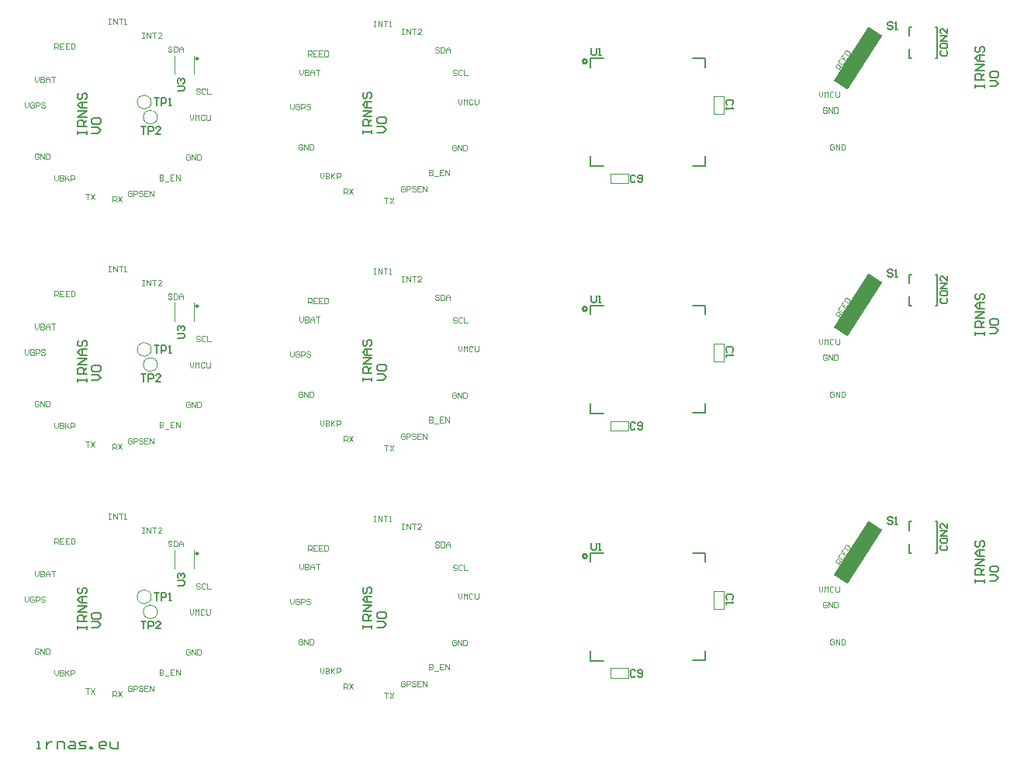
<source format=gto>
G04*
G04 #@! TF.GenerationSoftware,Altium Limited,Altium Designer,19.0.15 (446)*
G04*
G04 Layer_Color=65535*
%FSAX25Y25*%
%MOIN*%
G70*
G01*
G75*
%ADD21C,0.01000*%
%ADD23C,0.00787*%
%ADD63C,0.00394*%
%ADD64C,0.00591*%
G04:AMPARAMS|DCode=65|XSize=275.59mil|YSize=70.87mil|CornerRadius=0mil|HoleSize=0mil|Usage=FLASHONLY|Rotation=237.250|XOffset=0mil|YOffset=0mil|HoleType=Round|Shape=Rectangle|*
%AMROTATEDRECTD65*
4,1,4,0.04474,0.13506,0.10434,0.09672,-0.04474,-0.13506,-0.10434,-0.09672,0.04474,0.13506,0.0*
%
%ADD65ROTATEDRECTD65*%

D21*
X1042136Y0349262D02*
G03*
X1042136Y0349262I-0000905J0000000D01*
G01*
Y0455561D02*
G03*
X1042136Y0455561I-0000905J0000000D01*
G01*
Y0561861D02*
G03*
X1042136Y0561861I-0000905J0000000D01*
G01*
X0875082Y0350463D02*
G03*
X0875082Y0350463I-0000426J0000000D01*
G01*
Y0456762D02*
G03*
X0875082Y0456762I-0000426J0000000D01*
G01*
Y0563062D02*
G03*
X0875082Y0563062I-0000426J0000000D01*
G01*
D23*
X0805906Y0266535D02*
X0807480D01*
X0806693D01*
Y0269684D01*
X0805906D01*
X0809841D02*
Y0266535D01*
Y0268110D01*
X0810628Y0268897D01*
X0811415Y0269684D01*
X0812203D01*
X0814564Y0266535D02*
Y0269684D01*
X0816926D01*
X0817713Y0268897D01*
Y0266535D01*
X0820074Y0269684D02*
X0821649D01*
X0822436Y0268897D01*
Y0266535D01*
X0820074D01*
X0819287Y0267323D01*
X0820074Y0268110D01*
X0822436D01*
X0824010Y0266535D02*
X0826371D01*
X0827159Y0267323D01*
X0826371Y0268110D01*
X0824797D01*
X0824010Y0268897D01*
X0824797Y0269684D01*
X0827159D01*
X0828733Y0266535D02*
Y0267323D01*
X0829520D01*
Y0266535D01*
X0828733D01*
X0835030D02*
X0833456D01*
X0832668Y0267323D01*
Y0268897D01*
X0833456Y0269684D01*
X0835030D01*
X0835817Y0268897D01*
Y0268110D01*
X0832668D01*
X0837391Y0269684D02*
Y0267323D01*
X0838179Y0266535D01*
X0840540D01*
Y0269684D01*
X1191987Y0364124D02*
X1192774D01*
Y0350739D02*
Y0364124D01*
X1191987Y0350739D02*
X1192774D01*
X1180569Y0360188D02*
Y0364124D01*
X1181750D01*
X1180569Y0350739D02*
X1181750Y0350739D01*
X1180569Y0350739D02*
Y0354676D01*
X1215208Y0338534D02*
X1217832D01*
X1219144Y0339846D01*
X1217832Y0341158D01*
X1215208D01*
X1215864Y0342470D02*
X1215208Y0343126D01*
Y0344438D01*
X1215864Y0345093D01*
X1218488D01*
X1219144Y0344438D01*
Y0343126D01*
X1218488Y0342470D01*
X1215864D01*
X1209067Y0338101D02*
Y0339413D01*
Y0338757D01*
X1213002D01*
Y0338101D01*
Y0339413D01*
Y0341381D02*
X1209067D01*
Y0343349D01*
X1209723Y0344005D01*
X1211034D01*
X1211691Y0343349D01*
Y0341381D01*
Y0342692D02*
X1213002Y0344005D01*
Y0345316D02*
X1209067D01*
X1213002Y0347940D01*
X1209067D01*
X1213002Y0349252D02*
X1210379D01*
X1209067Y0350564D01*
X1210379Y0351876D01*
X1213002D01*
X1211034D01*
Y0349252D01*
X1209723Y0355812D02*
X1209067Y0355156D01*
Y0353844D01*
X1209723Y0353188D01*
X1210379D01*
X1211034Y0353844D01*
Y0355156D01*
X1211691Y0355812D01*
X1212346D01*
X1213002Y0355156D01*
Y0353844D01*
X1212346Y0353188D01*
X1191987Y0470424D02*
X1192774D01*
Y0457038D02*
Y0470424D01*
X1191987Y0457038D02*
X1192774D01*
X1180569Y0466487D02*
Y0470424D01*
X1181750D01*
X1180569Y0457038D02*
X1181750Y0457038D01*
X1180569Y0457038D02*
Y0460975D01*
X1215208Y0444833D02*
X1217832D01*
X1219144Y0446145D01*
X1217832Y0447457D01*
X1215208D01*
X1215864Y0448769D02*
X1215208Y0449425D01*
Y0450737D01*
X1215864Y0451393D01*
X1218488D01*
X1219144Y0450737D01*
Y0449425D01*
X1218488Y0448769D01*
X1215864D01*
X1209067Y0444400D02*
Y0445712D01*
Y0445056D01*
X1213002D01*
Y0444400D01*
Y0445712D01*
Y0447680D02*
X1209067D01*
Y0449648D01*
X1209723Y0450304D01*
X1211034D01*
X1211691Y0449648D01*
Y0447680D01*
Y0448992D02*
X1213002Y0450304D01*
Y0451616D02*
X1209067D01*
X1213002Y0454239D01*
X1209067D01*
X1213002Y0455551D02*
X1210379D01*
X1209067Y0456863D01*
X1210379Y0458175D01*
X1213002D01*
X1211034D01*
Y0455551D01*
X1209723Y0462111D02*
X1209067Y0461455D01*
Y0460143D01*
X1209723Y0459487D01*
X1210379D01*
X1211034Y0460143D01*
Y0461455D01*
X1211691Y0462111D01*
X1212346D01*
X1213002Y0461455D01*
Y0460143D01*
X1212346Y0459487D01*
X1191987Y0576723D02*
X1192774D01*
Y0563337D02*
Y0576723D01*
X1191987Y0563337D02*
X1192774D01*
X1180569Y0572786D02*
Y0576723D01*
X1181750D01*
X1180569Y0563337D02*
X1181750Y0563337D01*
X1180569Y0563337D02*
Y0567274D01*
X1215208Y0551132D02*
X1217832D01*
X1219144Y0552444D01*
X1217832Y0553756D01*
X1215208D01*
X1215864Y0555068D02*
X1215208Y0555724D01*
Y0557036D01*
X1215864Y0557692D01*
X1218488D01*
X1219144Y0557036D01*
Y0555724D01*
X1218488Y0555068D01*
X1215864D01*
X1209067Y0550699D02*
Y0552011D01*
Y0551355D01*
X1213002D01*
Y0550699D01*
Y0552011D01*
Y0553979D02*
X1209067D01*
Y0555947D01*
X1209723Y0556603D01*
X1211034D01*
X1211691Y0555947D01*
Y0553979D01*
Y0555291D02*
X1213002Y0556603D01*
Y0557915D02*
X1209067D01*
X1213002Y0560539D01*
X1209067D01*
X1213002Y0561851D02*
X1210379D01*
X1209067Y0563163D01*
X1210379Y0564474D01*
X1213002D01*
X1211034D01*
Y0561851D01*
X1209723Y0568410D02*
X1209067Y0567754D01*
Y0566442D01*
X1209723Y0565786D01*
X1210379D01*
X1211034Y0566442D01*
Y0567754D01*
X1211691Y0568410D01*
X1212346D01*
X1213002Y0567754D01*
Y0566442D01*
X1212346Y0565786D01*
X1043632Y0304577D02*
X1043790Y0304420D01*
X1043632Y0304577D02*
Y0308554D01*
X1043790Y0304420D02*
X1049302D01*
X1087727Y0304499D02*
X1093042D01*
X1093120Y0304577D01*
Y0308514D01*
X1093160Y0346821D02*
Y0350404D01*
X1093042Y0350522D02*
X1093160Y0350404D01*
X1087648Y0350522D02*
X1093042D01*
X1043632Y0350561D02*
X1049302D01*
X1043593Y0350522D02*
X1043632Y0350561D01*
X1043593Y0346821D02*
Y0350522D01*
X1043632Y0410877D02*
X1043790Y0410719D01*
X1043632Y0410877D02*
Y0414853D01*
X1043790Y0410719D02*
X1049302D01*
X1087727Y0410798D02*
X1093042D01*
X1093120Y0410877D01*
Y0414814D01*
X1093160Y0453121D02*
Y0456703D01*
X1093042Y0456821D02*
X1093160Y0456703D01*
X1087648Y0456821D02*
X1093042D01*
X1043632Y0456861D02*
X1049302D01*
X1043593Y0456821D02*
X1043632Y0456861D01*
X1043593Y0453121D02*
Y0456821D01*
X1043632Y0517176D02*
X1043790Y0517018D01*
X1043632Y0517176D02*
Y0521152D01*
X1043790Y0517018D02*
X1049302D01*
X1087727Y0517097D02*
X1093042D01*
X1093120Y0517176D01*
Y0521113D01*
X1093160Y0559420D02*
Y0563002D01*
X1093042Y0563121D02*
X1093160Y0563002D01*
X1087648Y0563121D02*
X1093042D01*
X1043632Y0563160D02*
X1049302D01*
X1043593Y0563121D02*
X1043632Y0563160D01*
X1043593Y0559420D02*
Y0563121D01*
X0951980Y0318748D02*
X0954604D01*
X0955916Y0320060D01*
X0954604Y0321372D01*
X0951980D01*
X0952636Y0322683D02*
X0951980Y0323339D01*
Y0324651D01*
X0952636Y0325307D01*
X0955260D01*
X0955916Y0324651D01*
Y0323339D01*
X0955260Y0322683D01*
X0952636D01*
X0945838Y0318315D02*
Y0319626D01*
Y0318971D01*
X0949774D01*
Y0318315D01*
Y0319626D01*
Y0321594D02*
X0945838D01*
Y0323562D01*
X0946494Y0324218D01*
X0947806D01*
X0948462Y0323562D01*
Y0321594D01*
Y0322906D02*
X0949774Y0324218D01*
Y0325530D02*
X0945838D01*
X0949774Y0328154D01*
X0945838D01*
X0949774Y0329466D02*
X0947150D01*
X0945838Y0330778D01*
X0947150Y0332090D01*
X0949774D01*
X0947806D01*
Y0329466D01*
X0946494Y0336025D02*
X0945838Y0335369D01*
Y0334057D01*
X0946494Y0333402D01*
X0947150D01*
X0947806Y0334057D01*
Y0335369D01*
X0948462Y0336025D01*
X0949118D01*
X0949774Y0335369D01*
Y0334057D01*
X0949118Y0333402D01*
X0951980Y0425047D02*
X0954604D01*
X0955916Y0426359D01*
X0954604Y0427671D01*
X0951980D01*
X0952636Y0428983D02*
X0951980Y0429639D01*
Y0430950D01*
X0952636Y0431606D01*
X0955260D01*
X0955916Y0430950D01*
Y0429639D01*
X0955260Y0428983D01*
X0952636D01*
X0945838Y0424614D02*
Y0425926D01*
Y0425270D01*
X0949774D01*
Y0424614D01*
Y0425926D01*
Y0427894D02*
X0945838D01*
Y0429861D01*
X0946494Y0430517D01*
X0947806D01*
X0948462Y0429861D01*
Y0427894D01*
Y0429206D02*
X0949774Y0430517D01*
Y0431829D02*
X0945838D01*
X0949774Y0434453D01*
X0945838D01*
X0949774Y0435765D02*
X0947150D01*
X0945838Y0437077D01*
X0947150Y0438389D01*
X0949774D01*
X0947806D01*
Y0435765D01*
X0946494Y0442325D02*
X0945838Y0441669D01*
Y0440357D01*
X0946494Y0439701D01*
X0947150D01*
X0947806Y0440357D01*
Y0441669D01*
X0948462Y0442325D01*
X0949118D01*
X0949774Y0441669D01*
Y0440357D01*
X0949118Y0439701D01*
X0951980Y0531346D02*
X0954604D01*
X0955916Y0532658D01*
X0954604Y0533970D01*
X0951980D01*
X0952636Y0535282D02*
X0951980Y0535938D01*
Y0537250D01*
X0952636Y0537906D01*
X0955260D01*
X0955916Y0537250D01*
Y0535938D01*
X0955260Y0535282D01*
X0952636D01*
X0945838Y0530913D02*
Y0532225D01*
Y0531569D01*
X0949774D01*
Y0530913D01*
Y0532225D01*
Y0534193D02*
X0945838D01*
Y0536161D01*
X0946494Y0536817D01*
X0947806D01*
X0948462Y0536161D01*
Y0534193D01*
Y0535505D02*
X0949774Y0536817D01*
Y0538129D02*
X0945838D01*
X0949774Y0540752D01*
X0945838D01*
X0949774Y0542064D02*
X0947150D01*
X0945838Y0543376D01*
X0947150Y0544688D01*
X0949774D01*
X0947806D01*
Y0542064D01*
X0946494Y0548624D02*
X0945838Y0547968D01*
Y0546656D01*
X0946494Y0546000D01*
X0947150D01*
X0947806Y0546656D01*
Y0547968D01*
X0948462Y0548624D01*
X0949118D01*
X0949774Y0547968D01*
Y0546656D01*
X0949118Y0546000D01*
X0829382Y0318495D02*
X0832006D01*
X0833317Y0319807D01*
X0832006Y0321118D01*
X0829382D01*
X0830038Y0322430D02*
X0829382Y0323086D01*
Y0324398D01*
X0830038Y0325054D01*
X0832661D01*
X0833317Y0324398D01*
Y0323086D01*
X0832661Y0322430D01*
X0830038D01*
X0823240Y0318061D02*
Y0319373D01*
Y0318718D01*
X0827176D01*
Y0318061D01*
Y0319373D01*
Y0321341D02*
X0823240D01*
Y0323309D01*
X0823896Y0323965D01*
X0825208D01*
X0825864Y0323309D01*
Y0321341D01*
Y0322653D02*
X0827176Y0323965D01*
Y0325277D02*
X0823240D01*
X0827176Y0327901D01*
X0823240D01*
X0827176Y0329213D02*
X0824552D01*
X0823240Y0330525D01*
X0824552Y0331837D01*
X0827176D01*
X0825208D01*
Y0329213D01*
X0823896Y0335772D02*
X0823240Y0335116D01*
Y0333804D01*
X0823896Y0333149D01*
X0824552D01*
X0825208Y0333804D01*
Y0335116D01*
X0825864Y0335772D01*
X0826520D01*
X0827176Y0335116D01*
Y0333804D01*
X0826520Y0333149D01*
X0829382Y0424794D02*
X0832006D01*
X0833317Y0426106D01*
X0832006Y0427418D01*
X0829382D01*
X0830038Y0428729D02*
X0829382Y0429386D01*
Y0430697D01*
X0830038Y0431353D01*
X0832661D01*
X0833317Y0430697D01*
Y0429386D01*
X0832661Y0428729D01*
X0830038D01*
X0823240Y0424361D02*
Y0425673D01*
Y0425017D01*
X0827176D01*
Y0424361D01*
Y0425673D01*
Y0427640D02*
X0823240D01*
Y0429608D01*
X0823896Y0430264D01*
X0825208D01*
X0825864Y0429608D01*
Y0427640D01*
Y0428952D02*
X0827176Y0430264D01*
Y0431576D02*
X0823240D01*
X0827176Y0434200D01*
X0823240D01*
X0827176Y0435512D02*
X0824552D01*
X0823240Y0436824D01*
X0824552Y0438136D01*
X0827176D01*
X0825208D01*
Y0435512D01*
X0823896Y0442071D02*
X0823240Y0441416D01*
Y0440104D01*
X0823896Y0439448D01*
X0824552D01*
X0825208Y0440104D01*
Y0441416D01*
X0825864Y0442071D01*
X0826520D01*
X0827176Y0441416D01*
Y0440104D01*
X0826520Y0439448D01*
X0829382Y0531093D02*
X0832006D01*
X0833317Y0532405D01*
X0832006Y0533717D01*
X0829382D01*
X0830038Y0535029D02*
X0829382Y0535685D01*
Y0536997D01*
X0830038Y0537653D01*
X0832661D01*
X0833317Y0536997D01*
Y0535685D01*
X0832661Y0535029D01*
X0830038D01*
X0823240Y0530660D02*
Y0531972D01*
Y0531316D01*
X0827176D01*
Y0530660D01*
Y0531972D01*
Y0533940D02*
X0823240D01*
Y0535908D01*
X0823896Y0536563D01*
X0825208D01*
X0825864Y0535908D01*
Y0533940D01*
Y0535252D02*
X0827176Y0536563D01*
Y0537876D02*
X0823240D01*
X0827176Y0540499D01*
X0823240D01*
X0827176Y0541811D02*
X0824552D01*
X0823240Y0543123D01*
X0824552Y0544435D01*
X0827176D01*
X0825208D01*
Y0541811D01*
X0823896Y0548371D02*
X0823240Y0547715D01*
Y0546403D01*
X0823896Y0545747D01*
X0824552D01*
X0825208Y0546403D01*
Y0547715D01*
X0825864Y0548371D01*
X0826520D01*
X0827176Y0547715D01*
Y0546403D01*
X0826520Y0545747D01*
D63*
X1148396Y0313336D02*
X1148002Y0313730D01*
X1147215D01*
X1146821Y0313336D01*
Y0311762D01*
X1147215Y0311369D01*
X1148002D01*
X1148396Y0311762D01*
Y0312549D01*
X1147608D01*
X1149183Y0311369D02*
Y0313730D01*
X1150757Y0311369D01*
Y0313730D01*
X1151544D02*
Y0311369D01*
X1152725D01*
X1153119Y0311762D01*
Y0313336D01*
X1152725Y0313730D01*
X1151544D01*
X1145246Y0329124D02*
X1144852Y0329517D01*
X1144065D01*
X1143672Y0329124D01*
Y0327550D01*
X1144065Y0327156D01*
X1144852D01*
X1145246Y0327550D01*
Y0328337D01*
X1144459D01*
X1146033Y0327156D02*
Y0329517D01*
X1147607Y0327156D01*
Y0329517D01*
X1148395D02*
Y0327156D01*
X1149575D01*
X1149969Y0327550D01*
Y0329124D01*
X1149575Y0329517D01*
X1148395D01*
X1141861Y0336328D02*
Y0334754D01*
X1142648Y0333967D01*
X1143435Y0334754D01*
Y0336328D01*
X1144222Y0333967D02*
Y0336328D01*
X1145009Y0335541D01*
X1145796Y0336328D01*
Y0333967D01*
X1148158Y0335935D02*
X1147764Y0336328D01*
X1146977D01*
X1146584Y0335935D01*
Y0334361D01*
X1146977Y0333967D01*
X1147764D01*
X1148158Y0334361D01*
X1148945Y0336328D02*
Y0334361D01*
X1149339Y0333967D01*
X1150126D01*
X1150519Y0334361D01*
Y0336328D01*
X1150876Y0345739D02*
X1148879Y0346999D01*
X1149509Y0347997D01*
X1150052Y0348120D01*
X1150718Y0347700D01*
X1150841Y0347157D01*
X1150211Y0346159D01*
X1150631Y0346824D02*
X1151717Y0347070D01*
X1150980Y0350327D02*
X1150139Y0348996D01*
X1152137Y0347736D01*
X1152977Y0349067D01*
X1151138Y0348366D02*
X1151558Y0349032D01*
X1152240Y0352324D02*
X1151400Y0350993D01*
X1153397Y0349733D01*
X1154237Y0351064D01*
X1152398Y0350363D02*
X1152818Y0351029D01*
X1152660Y0352990D02*
X1154657Y0351730D01*
X1155287Y0352729D01*
X1155164Y0353272D01*
X1153833Y0354112D01*
X1153290Y0353989D01*
X1152660Y0352990D01*
X1148396Y0419636D02*
X1148002Y0420029D01*
X1147215D01*
X1146821Y0419636D01*
Y0418061D01*
X1147215Y0417668D01*
X1148002D01*
X1148396Y0418061D01*
Y0418849D01*
X1147608D01*
X1149183Y0417668D02*
Y0420029D01*
X1150757Y0417668D01*
Y0420029D01*
X1151544D02*
Y0417668D01*
X1152725D01*
X1153119Y0418061D01*
Y0419636D01*
X1152725Y0420029D01*
X1151544D01*
X1145246Y0435423D02*
X1144852Y0435817D01*
X1144065D01*
X1143672Y0435423D01*
Y0433849D01*
X1144065Y0433455D01*
X1144852D01*
X1145246Y0433849D01*
Y0434636D01*
X1144459D01*
X1146033Y0433455D02*
Y0435817D01*
X1147607Y0433455D01*
Y0435817D01*
X1148395D02*
Y0433455D01*
X1149575D01*
X1149969Y0433849D01*
Y0435423D01*
X1149575Y0435817D01*
X1148395D01*
X1141861Y0442628D02*
Y0441053D01*
X1142648Y0440266D01*
X1143435Y0441053D01*
Y0442628D01*
X1144222Y0440266D02*
Y0442628D01*
X1145009Y0441841D01*
X1145796Y0442628D01*
Y0440266D01*
X1148158Y0442234D02*
X1147764Y0442628D01*
X1146977D01*
X1146584Y0442234D01*
Y0440660D01*
X1146977Y0440266D01*
X1147764D01*
X1148158Y0440660D01*
X1148945Y0442628D02*
Y0440660D01*
X1149339Y0440266D01*
X1150126D01*
X1150519Y0440660D01*
Y0442628D01*
X1150876Y0452038D02*
X1148879Y0453298D01*
X1149509Y0454296D01*
X1150052Y0454419D01*
X1150718Y0453999D01*
X1150841Y0453456D01*
X1150211Y0452458D01*
X1150631Y0453124D02*
X1151717Y0453369D01*
X1150980Y0456627D02*
X1150139Y0455295D01*
X1152137Y0454035D01*
X1152977Y0455366D01*
X1151138Y0454665D02*
X1151558Y0455331D01*
X1152240Y0458624D02*
X1151400Y0457292D01*
X1153397Y0456032D01*
X1154237Y0457364D01*
X1152398Y0456662D02*
X1152818Y0457328D01*
X1152660Y0459289D02*
X1154657Y0458029D01*
X1155287Y0459028D01*
X1155164Y0459571D01*
X1153833Y0460411D01*
X1153290Y0460288D01*
X1152660Y0459289D01*
X1148396Y0525935D02*
X1148002Y0526328D01*
X1147215D01*
X1146821Y0525935D01*
Y0524361D01*
X1147215Y0523967D01*
X1148002D01*
X1148396Y0524361D01*
Y0525148D01*
X1147608D01*
X1149183Y0523967D02*
Y0526328D01*
X1150757Y0523967D01*
Y0526328D01*
X1151544D02*
Y0523967D01*
X1152725D01*
X1153119Y0524361D01*
Y0525935D01*
X1152725Y0526328D01*
X1151544D01*
X1145246Y0541722D02*
X1144852Y0542116D01*
X1144065D01*
X1143672Y0541722D01*
Y0540148D01*
X1144065Y0539754D01*
X1144852D01*
X1145246Y0540148D01*
Y0540935D01*
X1144459D01*
X1146033Y0539754D02*
Y0542116D01*
X1147607Y0539754D01*
Y0542116D01*
X1148395D02*
Y0539754D01*
X1149575D01*
X1149969Y0540148D01*
Y0541722D01*
X1149575Y0542116D01*
X1148395D01*
X1141861Y0548927D02*
Y0547353D01*
X1142648Y0546565D01*
X1143435Y0547353D01*
Y0548927D01*
X1144222Y0546565D02*
Y0548927D01*
X1145009Y0548140D01*
X1145796Y0548927D01*
Y0546565D01*
X1148158Y0548533D02*
X1147764Y0548927D01*
X1146977D01*
X1146584Y0548533D01*
Y0546959D01*
X1146977Y0546565D01*
X1147764D01*
X1148158Y0546959D01*
X1148945Y0548927D02*
Y0546959D01*
X1149339Y0546565D01*
X1150126D01*
X1150519Y0546959D01*
Y0548927D01*
X1150876Y0558337D02*
X1148879Y0559597D01*
X1149509Y0560596D01*
X1150052Y0560719D01*
X1150718Y0560299D01*
X1150841Y0559756D01*
X1150211Y0558757D01*
X1150631Y0559423D02*
X1151717Y0559668D01*
X1150980Y0562926D02*
X1150139Y0561594D01*
X1152137Y0560334D01*
X1152977Y0561666D01*
X1151138Y0560964D02*
X1151558Y0561630D01*
X1152240Y0564923D02*
X1151400Y0563591D01*
X1153397Y0562331D01*
X1154237Y0563663D01*
X1152398Y0562961D02*
X1152818Y0563627D01*
X1152660Y0565589D02*
X1154657Y0564328D01*
X1155287Y0565327D01*
X1155164Y0565870D01*
X1153833Y0566710D01*
X1153290Y0566587D01*
X1152660Y0565589D01*
X1096762Y0326585D02*
X1100896D01*
Y0334262D01*
X1096762D02*
X1100896D01*
X1096762Y0326585D02*
Y0334262D01*
X1060030Y0296979D02*
Y0301113D01*
X1052353D02*
X1060030D01*
X1052353Y0296979D02*
Y0301113D01*
Y0296979D02*
X1060030D01*
X1096762Y0432884D02*
X1100896D01*
Y0440561D01*
X1096762D02*
X1100896D01*
X1096762Y0432884D02*
Y0440561D01*
X1060030Y0403278D02*
Y0407412D01*
X1052353D02*
X1060030D01*
X1052353Y0403278D02*
Y0407412D01*
Y0403278D02*
X1060030D01*
X1096762Y0539184D02*
X1100896D01*
Y0546861D01*
X1096762D02*
X1100896D01*
X1096762Y0539184D02*
Y0546861D01*
X1060030Y0509577D02*
Y0513711D01*
X1052353D02*
X1060030D01*
X1052353Y0509577D02*
Y0513711D01*
Y0509577D02*
X1060030D01*
X0922333Y0351487D02*
Y0353848D01*
X0923514D01*
X0923907Y0353454D01*
Y0352667D01*
X0923514Y0352274D01*
X0922333D01*
X0923120D02*
X0923907Y0351487D01*
X0926269Y0353848D02*
X0924695D01*
Y0351487D01*
X0926269D01*
X0924695Y0352667D02*
X0925482D01*
X0928630Y0353848D02*
X0927056D01*
Y0351487D01*
X0928630D01*
X0927056Y0352667D02*
X0927843D01*
X0929417Y0353848D02*
Y0351487D01*
X0930598D01*
X0930992Y0351880D01*
Y0353454D01*
X0930598Y0353848D01*
X0929417D01*
X0927530Y0301250D02*
Y0299675D01*
X0928317Y0298888D01*
X0929104Y0299675D01*
Y0301250D01*
X0929891D02*
Y0298888D01*
X0931072D01*
X0931466Y0299282D01*
Y0299675D01*
X0931072Y0300069D01*
X0929891D01*
X0931072D01*
X0931466Y0300463D01*
Y0300856D01*
X0931072Y0301250D01*
X0929891D01*
X0932253D02*
Y0298888D01*
Y0299675D01*
X0933827Y0301250D01*
X0932646Y0300069D01*
X0933827Y0298888D01*
X0934614D02*
Y0301250D01*
X0935795D01*
X0936189Y0300856D01*
Y0300069D01*
X0935795Y0299675D01*
X0934614D01*
X0963947Y0295384D02*
X0963553Y0295777D01*
X0962766D01*
X0962372Y0295384D01*
Y0293809D01*
X0962766Y0293416D01*
X0963553D01*
X0963947Y0293809D01*
Y0294597D01*
X0963160D01*
X0964734Y0293416D02*
Y0295777D01*
X0965915D01*
X0966308Y0295384D01*
Y0294597D01*
X0965915Y0294203D01*
X0964734D01*
X0968670Y0295384D02*
X0968276Y0295777D01*
X0967489D01*
X0967095Y0295384D01*
Y0294990D01*
X0967489Y0294597D01*
X0968276D01*
X0968670Y0294203D01*
Y0293809D01*
X0968276Y0293416D01*
X0967489D01*
X0967095Y0293809D01*
X0971031Y0295777D02*
X0969457D01*
Y0293416D01*
X0971031D01*
X0969457Y0294597D02*
X0970244D01*
X0971818Y0293416D02*
Y0295777D01*
X0973392Y0293416D01*
Y0295777D01*
X0986270Y0345226D02*
X0985876Y0345620D01*
X0985089D01*
X0984695Y0345226D01*
Y0344833D01*
X0985089Y0344439D01*
X0985876D01*
X0986270Y0344045D01*
Y0343652D01*
X0985876Y0343258D01*
X0985089D01*
X0984695Y0343652D01*
X0988631Y0345226D02*
X0988237Y0345620D01*
X0987450D01*
X0987057Y0345226D01*
Y0343652D01*
X0987450Y0343258D01*
X0988237D01*
X0988631Y0343652D01*
X0989418Y0345620D02*
Y0343258D01*
X0990993D01*
X0986861Y0333179D02*
Y0331605D01*
X0987648Y0330817D01*
X0988435Y0331605D01*
Y0333179D01*
X0989222Y0330817D02*
Y0333179D01*
X0990009Y0332392D01*
X0990796Y0333179D01*
Y0330817D01*
X0993158Y0332785D02*
X0992764Y0333179D01*
X0991977D01*
X0991584Y0332785D01*
Y0331211D01*
X0991977Y0330817D01*
X0992764D01*
X0993158Y0331211D01*
X0993945Y0333179D02*
Y0331211D01*
X0994339Y0330817D01*
X0995126D01*
X0995519Y0331211D01*
Y0333179D01*
X0950601Y0366722D02*
X0951388D01*
X0950994D01*
Y0364361D01*
X0950601D01*
X0951388D01*
X0952569D02*
Y0366722D01*
X0954143Y0364361D01*
Y0366722D01*
X0954930D02*
X0956504D01*
X0955717D01*
Y0364361D01*
X0957292D02*
X0958079D01*
X0957685D01*
Y0366722D01*
X0957292Y0366329D01*
X0918672Y0345817D02*
Y0344242D01*
X0919459Y0343455D01*
X0920246Y0344242D01*
Y0345817D01*
X0921033D02*
Y0343455D01*
X0922214D01*
X0922607Y0343849D01*
Y0344242D01*
X0922214Y0344636D01*
X0921033D01*
X0922214D01*
X0922607Y0345029D01*
Y0345423D01*
X0922214Y0345817D01*
X0921033D01*
X0923395Y0343455D02*
Y0345029D01*
X0924182Y0345817D01*
X0924969Y0345029D01*
Y0343455D01*
Y0344636D01*
X0923395D01*
X0925756Y0345817D02*
X0927330D01*
X0926543D01*
Y0343455D01*
X0914656Y0331053D02*
Y0329479D01*
X0915443Y0328691D01*
X0916230Y0329479D01*
Y0331053D01*
X0918592Y0330659D02*
X0918198Y0331053D01*
X0917411D01*
X0917017Y0330659D01*
Y0329085D01*
X0917411Y0328691D01*
X0918198D01*
X0918592Y0329085D01*
Y0329872D01*
X0917805D01*
X0919379Y0328691D02*
Y0331053D01*
X0920560D01*
X0920953Y0330659D01*
Y0329872D01*
X0920560Y0329479D01*
X0919379D01*
X0923315Y0330659D02*
X0922921Y0331053D01*
X0922134D01*
X0921740Y0330659D01*
Y0330266D01*
X0922134Y0329872D01*
X0922921D01*
X0923315Y0329479D01*
Y0329085D01*
X0922921Y0328691D01*
X0922134D01*
X0921740Y0329085D01*
X0919892Y0313297D02*
X0919498Y0313691D01*
X0918711D01*
X0918317Y0313297D01*
Y0311723D01*
X0918711Y0311329D01*
X0919498D01*
X0919892Y0311723D01*
Y0312510D01*
X0919104D01*
X0920679Y0311329D02*
Y0313691D01*
X0922253Y0311329D01*
Y0313691D01*
X0923040D02*
Y0311329D01*
X0924221D01*
X0924615Y0311723D01*
Y0313297D01*
X0924221Y0313691D01*
X0923040D01*
X0962766Y0363218D02*
X0963553D01*
X0963160D01*
Y0360857D01*
X0962766D01*
X0963553D01*
X0964734D02*
Y0363218D01*
X0966308Y0360857D01*
Y0363218D01*
X0967095D02*
X0968670D01*
X0967883D01*
Y0360857D01*
X0971031D02*
X0969457D01*
X0971031Y0362431D01*
Y0362825D01*
X0970638Y0363218D01*
X0969851D01*
X0969457Y0362825D01*
X0978632Y0355069D02*
X0978238Y0355462D01*
X0977451D01*
X0977057Y0355069D01*
Y0354675D01*
X0977451Y0354282D01*
X0978238D01*
X0978632Y0353888D01*
Y0353494D01*
X0978238Y0353101D01*
X0977451D01*
X0977057Y0353494D01*
X0979419Y0355462D02*
Y0353101D01*
X0980600D01*
X0980993Y0353494D01*
Y0355069D01*
X0980600Y0355462D01*
X0979419D01*
X0981780Y0353101D02*
Y0354675D01*
X0982568Y0355462D01*
X0983355Y0354675D01*
Y0353101D01*
Y0354282D01*
X0981780D01*
X0985955Y0313021D02*
X0985561Y0313415D01*
X0984774D01*
X0984380Y0313021D01*
Y0311447D01*
X0984774Y0311054D01*
X0985561D01*
X0985955Y0311447D01*
Y0312234D01*
X0985168D01*
X0986742Y0311054D02*
Y0313415D01*
X0988316Y0311054D01*
Y0313415D01*
X0989103D02*
Y0311054D01*
X0990284D01*
X0990678Y0311447D01*
Y0313021D01*
X0990284Y0313415D01*
X0989103D01*
X0974380Y0302824D02*
Y0300463D01*
X0975561D01*
X0975955Y0300857D01*
Y0301250D01*
X0975561Y0301644D01*
X0974380D01*
X0975561D01*
X0975955Y0302037D01*
Y0302431D01*
X0975561Y0302824D01*
X0974380D01*
X0976742Y0300069D02*
X0978316D01*
X0980678Y0302824D02*
X0979103D01*
Y0300463D01*
X0980678D01*
X0979103Y0301644D02*
X0979890D01*
X0981465Y0300463D02*
Y0302824D01*
X0983039Y0300463D01*
Y0302824D01*
X0955168Y0290659D02*
X0956742D01*
X0955955D01*
Y0288298D01*
X0957529Y0290659D02*
X0959103Y0288298D01*
Y0290659D02*
X0957529Y0288298D01*
X0937727Y0292235D02*
Y0294596D01*
X0938908D01*
X0939301Y0294203D01*
Y0293415D01*
X0938908Y0293022D01*
X0937727D01*
X0938514D02*
X0939301Y0292235D01*
X0940088Y0294596D02*
X0941663Y0292235D01*
Y0294596D02*
X0940088Y0292235D01*
X0922333Y0457786D02*
Y0460147D01*
X0923514D01*
X0923907Y0459754D01*
Y0458967D01*
X0923514Y0458573D01*
X0922333D01*
X0923120D02*
X0923907Y0457786D01*
X0926269Y0460147D02*
X0924695D01*
Y0457786D01*
X0926269D01*
X0924695Y0458967D02*
X0925482D01*
X0928630Y0460147D02*
X0927056D01*
Y0457786D01*
X0928630D01*
X0927056Y0458967D02*
X0927843D01*
X0929417Y0460147D02*
Y0457786D01*
X0930598D01*
X0930992Y0458180D01*
Y0459754D01*
X0930598Y0460147D01*
X0929417D01*
X0927530Y0407549D02*
Y0405975D01*
X0928317Y0405188D01*
X0929104Y0405975D01*
Y0407549D01*
X0929891D02*
Y0405188D01*
X0931072D01*
X0931466Y0405581D01*
Y0405975D01*
X0931072Y0406368D01*
X0929891D01*
X0931072D01*
X0931466Y0406762D01*
Y0407155D01*
X0931072Y0407549D01*
X0929891D01*
X0932253D02*
Y0405188D01*
Y0405975D01*
X0933827Y0407549D01*
X0932646Y0406368D01*
X0933827Y0405188D01*
X0934614D02*
Y0407549D01*
X0935795D01*
X0936189Y0407155D01*
Y0406368D01*
X0935795Y0405975D01*
X0934614D01*
X0963947Y0401683D02*
X0963553Y0402076D01*
X0962766D01*
X0962372Y0401683D01*
Y0400109D01*
X0962766Y0399715D01*
X0963553D01*
X0963947Y0400109D01*
Y0400896D01*
X0963160D01*
X0964734Y0399715D02*
Y0402076D01*
X0965915D01*
X0966308Y0401683D01*
Y0400896D01*
X0965915Y0400502D01*
X0964734D01*
X0968670Y0401683D02*
X0968276Y0402076D01*
X0967489D01*
X0967095Y0401683D01*
Y0401289D01*
X0967489Y0400896D01*
X0968276D01*
X0968670Y0400502D01*
Y0400109D01*
X0968276Y0399715D01*
X0967489D01*
X0967095Y0400109D01*
X0971031Y0402076D02*
X0969457D01*
Y0399715D01*
X0971031D01*
X0969457Y0400896D02*
X0970244D01*
X0971818Y0399715D02*
Y0402076D01*
X0973392Y0399715D01*
Y0402076D01*
X0986270Y0451525D02*
X0985876Y0451919D01*
X0985089D01*
X0984695Y0451525D01*
Y0451132D01*
X0985089Y0450738D01*
X0985876D01*
X0986270Y0450345D01*
Y0449951D01*
X0985876Y0449558D01*
X0985089D01*
X0984695Y0449951D01*
X0988631Y0451525D02*
X0988237Y0451919D01*
X0987450D01*
X0987057Y0451525D01*
Y0449951D01*
X0987450Y0449558D01*
X0988237D01*
X0988631Y0449951D01*
X0989418Y0451919D02*
Y0449558D01*
X0990993D01*
X0986861Y0439478D02*
Y0437904D01*
X0987648Y0437117D01*
X0988435Y0437904D01*
Y0439478D01*
X0989222Y0437117D02*
Y0439478D01*
X0990009Y0438691D01*
X0990796Y0439478D01*
Y0437117D01*
X0993158Y0439084D02*
X0992764Y0439478D01*
X0991977D01*
X0991584Y0439084D01*
Y0437510D01*
X0991977Y0437117D01*
X0992764D01*
X0993158Y0437510D01*
X0993945Y0439478D02*
Y0437510D01*
X0994339Y0437117D01*
X0995126D01*
X0995519Y0437510D01*
Y0439478D01*
X0950601Y0473021D02*
X0951388D01*
X0950994D01*
Y0470660D01*
X0950601D01*
X0951388D01*
X0952569D02*
Y0473021D01*
X0954143Y0470660D01*
Y0473021D01*
X0954930D02*
X0956504D01*
X0955717D01*
Y0470660D01*
X0957292D02*
X0958079D01*
X0957685D01*
Y0473021D01*
X0957292Y0472628D01*
X0918672Y0452116D02*
Y0450542D01*
X0919459Y0449754D01*
X0920246Y0450542D01*
Y0452116D01*
X0921033D02*
Y0449754D01*
X0922214D01*
X0922607Y0450148D01*
Y0450542D01*
X0922214Y0450935D01*
X0921033D01*
X0922214D01*
X0922607Y0451329D01*
Y0451722D01*
X0922214Y0452116D01*
X0921033D01*
X0923395Y0449754D02*
Y0451329D01*
X0924182Y0452116D01*
X0924969Y0451329D01*
Y0449754D01*
Y0450935D01*
X0923395D01*
X0925756Y0452116D02*
X0927330D01*
X0926543D01*
Y0449754D01*
X0914656Y0437352D02*
Y0435778D01*
X0915443Y0434991D01*
X0916230Y0435778D01*
Y0437352D01*
X0918592Y0436959D02*
X0918198Y0437352D01*
X0917411D01*
X0917017Y0436959D01*
Y0435384D01*
X0917411Y0434991D01*
X0918198D01*
X0918592Y0435384D01*
Y0436171D01*
X0917805D01*
X0919379Y0434991D02*
Y0437352D01*
X0920560D01*
X0920953Y0436959D01*
Y0436171D01*
X0920560Y0435778D01*
X0919379D01*
X0923315Y0436959D02*
X0922921Y0437352D01*
X0922134D01*
X0921740Y0436959D01*
Y0436565D01*
X0922134Y0436171D01*
X0922921D01*
X0923315Y0435778D01*
Y0435384D01*
X0922921Y0434991D01*
X0922134D01*
X0921740Y0435384D01*
X0919892Y0419596D02*
X0919498Y0419990D01*
X0918711D01*
X0918317Y0419596D01*
Y0418022D01*
X0918711Y0417628D01*
X0919498D01*
X0919892Y0418022D01*
Y0418809D01*
X0919104D01*
X0920679Y0417628D02*
Y0419990D01*
X0922253Y0417628D01*
Y0419990D01*
X0923040D02*
Y0417628D01*
X0924221D01*
X0924615Y0418022D01*
Y0419596D01*
X0924221Y0419990D01*
X0923040D01*
X0962766Y0469517D02*
X0963553D01*
X0963160D01*
Y0467156D01*
X0962766D01*
X0963553D01*
X0964734D02*
Y0469517D01*
X0966308Y0467156D01*
Y0469517D01*
X0967095D02*
X0968670D01*
X0967883D01*
Y0467156D01*
X0971031D02*
X0969457D01*
X0971031Y0468730D01*
Y0469124D01*
X0970638Y0469517D01*
X0969851D01*
X0969457Y0469124D01*
X0978632Y0461368D02*
X0978238Y0461762D01*
X0977451D01*
X0977057Y0461368D01*
Y0460974D01*
X0977451Y0460581D01*
X0978238D01*
X0978632Y0460187D01*
Y0459794D01*
X0978238Y0459400D01*
X0977451D01*
X0977057Y0459794D01*
X0979419Y0461762D02*
Y0459400D01*
X0980600D01*
X0980993Y0459794D01*
Y0461368D01*
X0980600Y0461762D01*
X0979419D01*
X0981780Y0459400D02*
Y0460974D01*
X0982568Y0461762D01*
X0983355Y0460974D01*
Y0459400D01*
Y0460581D01*
X0981780D01*
X0985955Y0419321D02*
X0985561Y0419714D01*
X0984774D01*
X0984380Y0419321D01*
Y0417746D01*
X0984774Y0417353D01*
X0985561D01*
X0985955Y0417746D01*
Y0418534D01*
X0985168D01*
X0986742Y0417353D02*
Y0419714D01*
X0988316Y0417353D01*
Y0419714D01*
X0989103D02*
Y0417353D01*
X0990284D01*
X0990678Y0417746D01*
Y0419321D01*
X0990284Y0419714D01*
X0989103D01*
X0974380Y0409124D02*
Y0406762D01*
X0975561D01*
X0975955Y0407156D01*
Y0407549D01*
X0975561Y0407943D01*
X0974380D01*
X0975561D01*
X0975955Y0408337D01*
Y0408730D01*
X0975561Y0409124D01*
X0974380D01*
X0976742Y0406369D02*
X0978316D01*
X0980678Y0409124D02*
X0979103D01*
Y0406762D01*
X0980678D01*
X0979103Y0407943D02*
X0979890D01*
X0981465Y0406762D02*
Y0409124D01*
X0983039Y0406762D01*
Y0409124D01*
X0955168Y0396958D02*
X0956742D01*
X0955955D01*
Y0394597D01*
X0957529Y0396958D02*
X0959103Y0394597D01*
Y0396958D02*
X0957529Y0394597D01*
X0937727Y0398534D02*
Y0400895D01*
X0938908D01*
X0939301Y0400502D01*
Y0399715D01*
X0938908Y0399321D01*
X0937727D01*
X0938514D02*
X0939301Y0398534D01*
X0940088Y0400895D02*
X0941663Y0398534D01*
Y0400895D02*
X0940088Y0398534D01*
X0922333Y0564085D02*
Y0566447D01*
X0923514D01*
X0923907Y0566053D01*
Y0565266D01*
X0923514Y0564872D01*
X0922333D01*
X0923120D02*
X0923907Y0564085D01*
X0926269Y0566447D02*
X0924695D01*
Y0564085D01*
X0926269D01*
X0924695Y0565266D02*
X0925482D01*
X0928630Y0566447D02*
X0927056D01*
Y0564085D01*
X0928630D01*
X0927056Y0565266D02*
X0927843D01*
X0929417Y0566447D02*
Y0564085D01*
X0930598D01*
X0930992Y0564479D01*
Y0566053D01*
X0930598Y0566447D01*
X0929417D01*
X0927530Y0513848D02*
Y0512274D01*
X0928317Y0511487D01*
X0929104Y0512274D01*
Y0513848D01*
X0929891D02*
Y0511487D01*
X0931072D01*
X0931466Y0511880D01*
Y0512274D01*
X0931072Y0512667D01*
X0929891D01*
X0931072D01*
X0931466Y0513061D01*
Y0513455D01*
X0931072Y0513848D01*
X0929891D01*
X0932253D02*
Y0511487D01*
Y0512274D01*
X0933827Y0513848D01*
X0932646Y0512667D01*
X0933827Y0511487D01*
X0934614D02*
Y0513848D01*
X0935795D01*
X0936189Y0513455D01*
Y0512667D01*
X0935795Y0512274D01*
X0934614D01*
X0963947Y0507982D02*
X0963553Y0508376D01*
X0962766D01*
X0962372Y0507982D01*
Y0506408D01*
X0962766Y0506014D01*
X0963553D01*
X0963947Y0506408D01*
Y0507195D01*
X0963160D01*
X0964734Y0506014D02*
Y0508376D01*
X0965915D01*
X0966308Y0507982D01*
Y0507195D01*
X0965915Y0506801D01*
X0964734D01*
X0968670Y0507982D02*
X0968276Y0508376D01*
X0967489D01*
X0967095Y0507982D01*
Y0507589D01*
X0967489Y0507195D01*
X0968276D01*
X0968670Y0506801D01*
Y0506408D01*
X0968276Y0506014D01*
X0967489D01*
X0967095Y0506408D01*
X0971031Y0508376D02*
X0969457D01*
Y0506014D01*
X0971031D01*
X0969457Y0507195D02*
X0970244D01*
X0971818Y0506014D02*
Y0508376D01*
X0973392Y0506014D01*
Y0508376D01*
X0986270Y0557825D02*
X0985876Y0558218D01*
X0985089D01*
X0984695Y0557825D01*
Y0557431D01*
X0985089Y0557037D01*
X0985876D01*
X0986270Y0556644D01*
Y0556250D01*
X0985876Y0555857D01*
X0985089D01*
X0984695Y0556250D01*
X0988631Y0557825D02*
X0988237Y0558218D01*
X0987450D01*
X0987057Y0557825D01*
Y0556250D01*
X0987450Y0555857D01*
X0988237D01*
X0988631Y0556250D01*
X0989418Y0558218D02*
Y0555857D01*
X0990993D01*
X0986861Y0545777D02*
Y0544203D01*
X0987648Y0543416D01*
X0988435Y0544203D01*
Y0545777D01*
X0989222Y0543416D02*
Y0545777D01*
X0990009Y0544990D01*
X0990796Y0545777D01*
Y0543416D01*
X0993158Y0545384D02*
X0992764Y0545777D01*
X0991977D01*
X0991584Y0545384D01*
Y0543809D01*
X0991977Y0543416D01*
X0992764D01*
X0993158Y0543809D01*
X0993945Y0545777D02*
Y0543809D01*
X0994339Y0543416D01*
X0995126D01*
X0995519Y0543809D01*
Y0545777D01*
X0950601Y0579321D02*
X0951388D01*
X0950994D01*
Y0576959D01*
X0950601D01*
X0951388D01*
X0952569D02*
Y0579321D01*
X0954143Y0576959D01*
Y0579321D01*
X0954930D02*
X0956504D01*
X0955717D01*
Y0576959D01*
X0957292D02*
X0958079D01*
X0957685D01*
Y0579321D01*
X0957292Y0578927D01*
X0918672Y0558415D02*
Y0556841D01*
X0919459Y0556054D01*
X0920246Y0556841D01*
Y0558415D01*
X0921033D02*
Y0556054D01*
X0922214D01*
X0922607Y0556447D01*
Y0556841D01*
X0922214Y0557234D01*
X0921033D01*
X0922214D01*
X0922607Y0557628D01*
Y0558021D01*
X0922214Y0558415D01*
X0921033D01*
X0923395Y0556054D02*
Y0557628D01*
X0924182Y0558415D01*
X0924969Y0557628D01*
Y0556054D01*
Y0557234D01*
X0923395D01*
X0925756Y0558415D02*
X0927330D01*
X0926543D01*
Y0556054D01*
X0914656Y0543651D02*
Y0542077D01*
X0915443Y0541290D01*
X0916230Y0542077D01*
Y0543651D01*
X0918592Y0543258D02*
X0918198Y0543651D01*
X0917411D01*
X0917017Y0543258D01*
Y0541683D01*
X0917411Y0541290D01*
X0918198D01*
X0918592Y0541683D01*
Y0542471D01*
X0917805D01*
X0919379Y0541290D02*
Y0543651D01*
X0920560D01*
X0920953Y0543258D01*
Y0542471D01*
X0920560Y0542077D01*
X0919379D01*
X0923315Y0543258D02*
X0922921Y0543651D01*
X0922134D01*
X0921740Y0543258D01*
Y0542864D01*
X0922134Y0542471D01*
X0922921D01*
X0923315Y0542077D01*
Y0541683D01*
X0922921Y0541290D01*
X0922134D01*
X0921740Y0541683D01*
X0919892Y0525896D02*
X0919498Y0526289D01*
X0918711D01*
X0918317Y0525896D01*
Y0524321D01*
X0918711Y0523928D01*
X0919498D01*
X0919892Y0524321D01*
Y0525108D01*
X0919104D01*
X0920679Y0523928D02*
Y0526289D01*
X0922253Y0523928D01*
Y0526289D01*
X0923040D02*
Y0523928D01*
X0924221D01*
X0924615Y0524321D01*
Y0525896D01*
X0924221Y0526289D01*
X0923040D01*
X0962766Y0575817D02*
X0963553D01*
X0963160D01*
Y0573455D01*
X0962766D01*
X0963553D01*
X0964734D02*
Y0575817D01*
X0966308Y0573455D01*
Y0575817D01*
X0967095D02*
X0968670D01*
X0967883D01*
Y0573455D01*
X0971031D02*
X0969457D01*
X0971031Y0575030D01*
Y0575423D01*
X0970638Y0575817D01*
X0969851D01*
X0969457Y0575423D01*
X0978632Y0567667D02*
X0978238Y0568061D01*
X0977451D01*
X0977057Y0567667D01*
Y0567274D01*
X0977451Y0566880D01*
X0978238D01*
X0978632Y0566486D01*
Y0566093D01*
X0978238Y0565699D01*
X0977451D01*
X0977057Y0566093D01*
X0979419Y0568061D02*
Y0565699D01*
X0980600D01*
X0980993Y0566093D01*
Y0567667D01*
X0980600Y0568061D01*
X0979419D01*
X0981780Y0565699D02*
Y0567274D01*
X0982568Y0568061D01*
X0983355Y0567274D01*
Y0565699D01*
Y0566880D01*
X0981780D01*
X0985955Y0525620D02*
X0985561Y0526014D01*
X0984774D01*
X0984380Y0525620D01*
Y0524046D01*
X0984774Y0523652D01*
X0985561D01*
X0985955Y0524046D01*
Y0524833D01*
X0985168D01*
X0986742Y0523652D02*
Y0526014D01*
X0988316Y0523652D01*
Y0526014D01*
X0989103D02*
Y0523652D01*
X0990284D01*
X0990678Y0524046D01*
Y0525620D01*
X0990284Y0526014D01*
X0989103D01*
X0974380Y0515423D02*
Y0513062D01*
X0975561D01*
X0975955Y0513455D01*
Y0513849D01*
X0975561Y0514242D01*
X0974380D01*
X0975561D01*
X0975955Y0514636D01*
Y0515029D01*
X0975561Y0515423D01*
X0974380D01*
X0976742Y0512668D02*
X0978316D01*
X0980678Y0515423D02*
X0979103D01*
Y0513062D01*
X0980678D01*
X0979103Y0514242D02*
X0979890D01*
X0981465Y0513062D02*
Y0515423D01*
X0983039Y0513062D01*
Y0515423D01*
X0955168Y0503258D02*
X0956742D01*
X0955955D01*
Y0500896D01*
X0957529Y0503258D02*
X0959103Y0500896D01*
Y0503258D02*
X0957529Y0500896D01*
X0937727Y0504833D02*
Y0507195D01*
X0938908D01*
X0939301Y0506801D01*
Y0506014D01*
X0938908Y0505620D01*
X0937727D01*
X0938514D02*
X0939301Y0504833D01*
X0940088Y0507195D02*
X0941663Y0504833D01*
Y0507195D02*
X0940088Y0504833D01*
X0854972Y0331841D02*
G03*
X0854972Y0331841I-0002993J0000000D01*
G01*
X0857610Y0325345D02*
G03*
X0857610Y0325345I-0002993J0000000D01*
G01*
X0873357Y0343967D02*
X0873357Y0351841D01*
X0865050Y0351841D02*
X0865089Y0343967D01*
X0800680Y0331840D02*
Y0330266D01*
X0801467Y0329479D01*
X0802254Y0330266D01*
Y0331840D01*
X0804615Y0331447D02*
X0804222Y0331840D01*
X0803435D01*
X0803041Y0331447D01*
Y0329872D01*
X0803435Y0329479D01*
X0804222D01*
X0804615Y0329872D01*
Y0330660D01*
X0803828D01*
X0805402Y0329479D02*
Y0331840D01*
X0806583D01*
X0806977Y0331447D01*
Y0330660D01*
X0806583Y0330266D01*
X0805402D01*
X0809338Y0331447D02*
X0808945Y0331840D01*
X0808158D01*
X0807764Y0331447D01*
Y0331053D01*
X0808158Y0330660D01*
X0808945D01*
X0809338Y0330266D01*
Y0329872D01*
X0808945Y0329479D01*
X0808158D01*
X0807764Y0329872D01*
X0813475Y0354557D02*
Y0356919D01*
X0814656D01*
X0815049Y0356525D01*
Y0355738D01*
X0814656Y0355345D01*
X0813475D01*
X0814262D02*
X0815049Y0354557D01*
X0817411Y0356919D02*
X0815836D01*
Y0354557D01*
X0817411D01*
X0815836Y0355738D02*
X0816623D01*
X0819772Y0356919D02*
X0818198D01*
Y0354557D01*
X0819772D01*
X0818198Y0355738D02*
X0818985D01*
X0820559Y0356919D02*
Y0354557D01*
X0821740D01*
X0822134Y0354951D01*
Y0356525D01*
X0821740Y0356919D01*
X0820559D01*
X0813396Y0300384D02*
Y0298809D01*
X0814183Y0298022D01*
X0814970Y0298809D01*
Y0300384D01*
X0815757D02*
Y0298022D01*
X0816938D01*
X0817332Y0298416D01*
Y0298809D01*
X0816938Y0299203D01*
X0815757D01*
X0816938D01*
X0817332Y0299596D01*
Y0299990D01*
X0816938Y0300384D01*
X0815757D01*
X0818119D02*
Y0298022D01*
Y0298809D01*
X0819693Y0300384D01*
X0818513Y0299203D01*
X0819693Y0298022D01*
X0820480D02*
Y0300384D01*
X0821661D01*
X0822055Y0299990D01*
Y0299203D01*
X0821661Y0298809D01*
X0820480D01*
X0846585Y0293376D02*
X0846191Y0293769D01*
X0845404D01*
X0845010Y0293376D01*
Y0291802D01*
X0845404Y0291408D01*
X0846191D01*
X0846585Y0291802D01*
Y0292589D01*
X0845797D01*
X0847372Y0291408D02*
Y0293769D01*
X0848552D01*
X0848946Y0293376D01*
Y0292589D01*
X0848552Y0292195D01*
X0847372D01*
X0851307Y0293376D02*
X0850914Y0293769D01*
X0850127D01*
X0849733Y0293376D01*
Y0292982D01*
X0850127Y0292589D01*
X0850914D01*
X0851307Y0292195D01*
Y0291802D01*
X0850914Y0291408D01*
X0850127D01*
X0849733Y0291802D01*
X0853669Y0293769D02*
X0852095D01*
Y0291408D01*
X0853669D01*
X0852095Y0292589D02*
X0852882D01*
X0854456Y0291408D02*
Y0293769D01*
X0856030Y0291408D01*
Y0293769D01*
X0851152Y0361604D02*
X0851939D01*
X0851546D01*
Y0359243D01*
X0851152D01*
X0851939D01*
X0853120D02*
Y0361604D01*
X0854694Y0359243D01*
Y0361604D01*
X0855481D02*
X0857056D01*
X0856269D01*
Y0359243D01*
X0859417D02*
X0857843D01*
X0859417Y0360817D01*
Y0361210D01*
X0859023Y0361604D01*
X0858236D01*
X0857843Y0361210D01*
X0858514Y0300541D02*
Y0298180D01*
X0859695D01*
X0860089Y0298573D01*
Y0298967D01*
X0859695Y0299360D01*
X0858514D01*
X0859695D01*
X0860089Y0299754D01*
Y0300148D01*
X0859695Y0300541D01*
X0858514D01*
X0860876Y0297786D02*
X0862450D01*
X0864811Y0300541D02*
X0863237D01*
Y0298180D01*
X0864811D01*
X0863237Y0299360D02*
X0864024D01*
X0865598Y0298180D02*
Y0300541D01*
X0867173Y0298180D01*
Y0300541D01*
X0838388Y0288928D02*
Y0291289D01*
X0839569D01*
X0839962Y0290896D01*
Y0290108D01*
X0839569Y0289715D01*
X0838388D01*
X0839175D02*
X0839962Y0288928D01*
X0840750Y0291289D02*
X0842324Y0288928D01*
Y0291289D02*
X0840750Y0288928D01*
X0863829Y0355423D02*
X0863435Y0355817D01*
X0862648D01*
X0862254Y0355423D01*
Y0355030D01*
X0862648Y0354636D01*
X0863435D01*
X0863829Y0354242D01*
Y0353849D01*
X0863435Y0353455D01*
X0862648D01*
X0862254Y0353849D01*
X0864616Y0355817D02*
Y0353455D01*
X0865796D01*
X0866190Y0353849D01*
Y0355423D01*
X0865796Y0355817D01*
X0864616D01*
X0866977Y0353455D02*
Y0355030D01*
X0867764Y0355817D01*
X0868552Y0355030D01*
Y0353455D01*
Y0354636D01*
X0866977D01*
X0875915Y0337155D02*
X0875522Y0337549D01*
X0874735D01*
X0874341Y0337155D01*
Y0336762D01*
X0874735Y0336368D01*
X0875522D01*
X0875915Y0335975D01*
Y0335581D01*
X0875522Y0335188D01*
X0874735D01*
X0874341Y0335581D01*
X0878277Y0337155D02*
X0877883Y0337549D01*
X0877096D01*
X0876702Y0337155D01*
Y0335581D01*
X0877096Y0335188D01*
X0877883D01*
X0878277Y0335581D01*
X0879064Y0337549D02*
Y0335188D01*
X0880638D01*
X0871546Y0326447D02*
Y0324872D01*
X0872333Y0324085D01*
X0873120Y0324872D01*
Y0326447D01*
X0873907Y0324085D02*
Y0326447D01*
X0874694Y0325659D01*
X0875482Y0326447D01*
Y0324085D01*
X0877843Y0326053D02*
X0877449Y0326447D01*
X0876662D01*
X0876269Y0326053D01*
Y0324479D01*
X0876662Y0324085D01*
X0877449D01*
X0877843Y0324479D01*
X0878630Y0326447D02*
Y0324479D01*
X0879024Y0324085D01*
X0879811D01*
X0880204Y0324479D01*
Y0326447D01*
X0836743Y0367774D02*
X0837530D01*
X0837136D01*
Y0365413D01*
X0836743D01*
X0837530D01*
X0838710D02*
Y0367774D01*
X0840285Y0365413D01*
Y0367774D01*
X0841072D02*
X0842646D01*
X0841859D01*
Y0365413D01*
X0843433D02*
X0844220D01*
X0843827D01*
Y0367774D01*
X0843433Y0367381D01*
X0826782Y0292470D02*
X0828356D01*
X0827569D01*
Y0290109D01*
X0829143Y0292470D02*
X0830718Y0290109D01*
Y0292470D02*
X0829143Y0290109D01*
X0805010Y0342825D02*
Y0341250D01*
X0805797Y0340463D01*
X0806585Y0341250D01*
Y0342825D01*
X0807372D02*
Y0340463D01*
X0808552D01*
X0808946Y0340857D01*
Y0341250D01*
X0808552Y0341644D01*
X0807372D01*
X0808552D01*
X0808946Y0342037D01*
Y0342431D01*
X0808552Y0342825D01*
X0807372D01*
X0809733Y0340463D02*
Y0342037D01*
X0810520Y0342825D01*
X0811308Y0342037D01*
Y0340463D01*
Y0341644D01*
X0809733D01*
X0812095Y0342825D02*
X0813669D01*
X0812882D01*
Y0340463D01*
X0871663Y0309006D02*
X0871270Y0309399D01*
X0870483D01*
X0870089Y0309006D01*
Y0307431D01*
X0870483Y0307038D01*
X0871270D01*
X0871663Y0307431D01*
Y0308219D01*
X0870876D01*
X0872451Y0307038D02*
Y0309399D01*
X0874025Y0307038D01*
Y0309399D01*
X0874812D02*
Y0307038D01*
X0875993D01*
X0876386Y0307431D01*
Y0309006D01*
X0875993Y0309399D01*
X0874812D01*
X0806663Y0309152D02*
X0806270Y0309546D01*
X0805483D01*
X0805089Y0309152D01*
Y0307578D01*
X0805483Y0307184D01*
X0806270D01*
X0806663Y0307578D01*
Y0308365D01*
X0805876D01*
X0807450Y0307184D02*
Y0309546D01*
X0809025Y0307184D01*
Y0309546D01*
X0809812D02*
Y0307184D01*
X0810993D01*
X0811386Y0307578D01*
Y0309152D01*
X0810993Y0309546D01*
X0809812D01*
X0854972Y0438140D02*
G03*
X0854972Y0438140I-0002993J0000000D01*
G01*
X0857610Y0431644D02*
G03*
X0857610Y0431644I-0002993J0000000D01*
G01*
X0873357Y0450266D02*
X0873357Y0458140D01*
X0865050Y0458140D02*
X0865089Y0450266D01*
X0800680Y0438139D02*
Y0436565D01*
X0801467Y0435778D01*
X0802254Y0436565D01*
Y0438139D01*
X0804615Y0437746D02*
X0804222Y0438139D01*
X0803435D01*
X0803041Y0437746D01*
Y0436172D01*
X0803435Y0435778D01*
X0804222D01*
X0804615Y0436172D01*
Y0436959D01*
X0803828D01*
X0805402Y0435778D02*
Y0438139D01*
X0806583D01*
X0806977Y0437746D01*
Y0436959D01*
X0806583Y0436565D01*
X0805402D01*
X0809338Y0437746D02*
X0808945Y0438139D01*
X0808158D01*
X0807764Y0437746D01*
Y0437352D01*
X0808158Y0436959D01*
X0808945D01*
X0809338Y0436565D01*
Y0436172D01*
X0808945Y0435778D01*
X0808158D01*
X0807764Y0436172D01*
X0813475Y0460857D02*
Y0463218D01*
X0814656D01*
X0815049Y0462825D01*
Y0462038D01*
X0814656Y0461644D01*
X0813475D01*
X0814262D02*
X0815049Y0460857D01*
X0817411Y0463218D02*
X0815836D01*
Y0460857D01*
X0817411D01*
X0815836Y0462038D02*
X0816623D01*
X0819772Y0463218D02*
X0818198D01*
Y0460857D01*
X0819772D01*
X0818198Y0462038D02*
X0818985D01*
X0820559Y0463218D02*
Y0460857D01*
X0821740D01*
X0822134Y0461250D01*
Y0462825D01*
X0821740Y0463218D01*
X0820559D01*
X0813396Y0406683D02*
Y0405108D01*
X0814183Y0404321D01*
X0814970Y0405108D01*
Y0406683D01*
X0815757D02*
Y0404321D01*
X0816938D01*
X0817332Y0404715D01*
Y0405108D01*
X0816938Y0405502D01*
X0815757D01*
X0816938D01*
X0817332Y0405896D01*
Y0406289D01*
X0816938Y0406683D01*
X0815757D01*
X0818119D02*
Y0404321D01*
Y0405108D01*
X0819693Y0406683D01*
X0818513Y0405502D01*
X0819693Y0404321D01*
X0820480D02*
Y0406683D01*
X0821661D01*
X0822055Y0406289D01*
Y0405502D01*
X0821661Y0405108D01*
X0820480D01*
X0846585Y0399675D02*
X0846191Y0400069D01*
X0845404D01*
X0845010Y0399675D01*
Y0398101D01*
X0845404Y0397707D01*
X0846191D01*
X0846585Y0398101D01*
Y0398888D01*
X0845797D01*
X0847372Y0397707D02*
Y0400069D01*
X0848552D01*
X0848946Y0399675D01*
Y0398888D01*
X0848552Y0398494D01*
X0847372D01*
X0851307Y0399675D02*
X0850914Y0400069D01*
X0850127D01*
X0849733Y0399675D01*
Y0399281D01*
X0850127Y0398888D01*
X0850914D01*
X0851307Y0398494D01*
Y0398101D01*
X0850914Y0397707D01*
X0850127D01*
X0849733Y0398101D01*
X0853669Y0400069D02*
X0852095D01*
Y0397707D01*
X0853669D01*
X0852095Y0398888D02*
X0852882D01*
X0854456Y0397707D02*
Y0400069D01*
X0856030Y0397707D01*
Y0400069D01*
X0851152Y0467903D02*
X0851939D01*
X0851546D01*
Y0465542D01*
X0851152D01*
X0851939D01*
X0853120D02*
Y0467903D01*
X0854694Y0465542D01*
Y0467903D01*
X0855481D02*
X0857056D01*
X0856269D01*
Y0465542D01*
X0859417D02*
X0857843D01*
X0859417Y0467116D01*
Y0467510D01*
X0859023Y0467903D01*
X0858236D01*
X0857843Y0467510D01*
X0858514Y0406840D02*
Y0404479D01*
X0859695D01*
X0860089Y0404872D01*
Y0405266D01*
X0859695Y0405659D01*
X0858514D01*
X0859695D01*
X0860089Y0406053D01*
Y0406447D01*
X0859695Y0406840D01*
X0858514D01*
X0860876Y0404085D02*
X0862450D01*
X0864811Y0406840D02*
X0863237D01*
Y0404479D01*
X0864811D01*
X0863237Y0405659D02*
X0864024D01*
X0865598Y0404479D02*
Y0406840D01*
X0867173Y0404479D01*
Y0406840D01*
X0838388Y0395227D02*
Y0397588D01*
X0839569D01*
X0839962Y0397195D01*
Y0396408D01*
X0839569Y0396014D01*
X0838388D01*
X0839175D02*
X0839962Y0395227D01*
X0840750Y0397588D02*
X0842324Y0395227D01*
Y0397588D02*
X0840750Y0395227D01*
X0863829Y0461722D02*
X0863435Y0462116D01*
X0862648D01*
X0862254Y0461722D01*
Y0461329D01*
X0862648Y0460935D01*
X0863435D01*
X0863829Y0460542D01*
Y0460148D01*
X0863435Y0459754D01*
X0862648D01*
X0862254Y0460148D01*
X0864616Y0462116D02*
Y0459754D01*
X0865796D01*
X0866190Y0460148D01*
Y0461722D01*
X0865796Y0462116D01*
X0864616D01*
X0866977Y0459754D02*
Y0461329D01*
X0867764Y0462116D01*
X0868552Y0461329D01*
Y0459754D01*
Y0460935D01*
X0866977D01*
X0875915Y0443455D02*
X0875522Y0443848D01*
X0874735D01*
X0874341Y0443455D01*
Y0443061D01*
X0874735Y0442667D01*
X0875522D01*
X0875915Y0442274D01*
Y0441880D01*
X0875522Y0441487D01*
X0874735D01*
X0874341Y0441880D01*
X0878277Y0443455D02*
X0877883Y0443848D01*
X0877096D01*
X0876702Y0443455D01*
Y0441880D01*
X0877096Y0441487D01*
X0877883D01*
X0878277Y0441880D01*
X0879064Y0443848D02*
Y0441487D01*
X0880638D01*
X0871546Y0432746D02*
Y0431172D01*
X0872333Y0430384D01*
X0873120Y0431172D01*
Y0432746D01*
X0873907Y0430384D02*
Y0432746D01*
X0874694Y0431959D01*
X0875482Y0432746D01*
Y0430384D01*
X0877843Y0432352D02*
X0877449Y0432746D01*
X0876662D01*
X0876269Y0432352D01*
Y0430778D01*
X0876662Y0430384D01*
X0877449D01*
X0877843Y0430778D01*
X0878630Y0432746D02*
Y0430778D01*
X0879024Y0430384D01*
X0879811D01*
X0880204Y0430778D01*
Y0432746D01*
X0836743Y0474073D02*
X0837530D01*
X0837136D01*
Y0471712D01*
X0836743D01*
X0837530D01*
X0838710D02*
Y0474073D01*
X0840285Y0471712D01*
Y0474073D01*
X0841072D02*
X0842646D01*
X0841859D01*
Y0471712D01*
X0843433D02*
X0844220D01*
X0843827D01*
Y0474073D01*
X0843433Y0473680D01*
X0826782Y0398769D02*
X0828356D01*
X0827569D01*
Y0396408D01*
X0829143Y0398769D02*
X0830718Y0396408D01*
Y0398769D02*
X0829143Y0396408D01*
X0805010Y0449124D02*
Y0447549D01*
X0805797Y0446762D01*
X0806585Y0447549D01*
Y0449124D01*
X0807372D02*
Y0446762D01*
X0808552D01*
X0808946Y0447156D01*
Y0447549D01*
X0808552Y0447943D01*
X0807372D01*
X0808552D01*
X0808946Y0448337D01*
Y0448730D01*
X0808552Y0449124D01*
X0807372D01*
X0809733Y0446762D02*
Y0448337D01*
X0810520Y0449124D01*
X0811308Y0448337D01*
Y0446762D01*
Y0447943D01*
X0809733D01*
X0812095Y0449124D02*
X0813669D01*
X0812882D01*
Y0446762D01*
X0871663Y0415305D02*
X0871270Y0415698D01*
X0870483D01*
X0870089Y0415305D01*
Y0413731D01*
X0870483Y0413337D01*
X0871270D01*
X0871663Y0413731D01*
Y0414518D01*
X0870876D01*
X0872451Y0413337D02*
Y0415698D01*
X0874025Y0413337D01*
Y0415698D01*
X0874812D02*
Y0413337D01*
X0875993D01*
X0876386Y0413731D01*
Y0415305D01*
X0875993Y0415698D01*
X0874812D01*
X0806663Y0415451D02*
X0806270Y0415845D01*
X0805483D01*
X0805089Y0415451D01*
Y0413877D01*
X0805483Y0413484D01*
X0806270D01*
X0806663Y0413877D01*
Y0414664D01*
X0805876D01*
X0807450Y0413484D02*
Y0415845D01*
X0809025Y0413484D01*
Y0415845D01*
X0809812D02*
Y0413484D01*
X0810993D01*
X0811386Y0413877D01*
Y0415451D01*
X0810993Y0415845D01*
X0809812D01*
X0854972Y0544440D02*
G03*
X0854972Y0544440I-0002993J0000000D01*
G01*
X0857610Y0537943D02*
G03*
X0857610Y0537943I-0002993J0000000D01*
G01*
X0873357Y0556565D02*
X0873357Y0564439D01*
X0865050Y0564439D02*
X0865089Y0556565D01*
X0800680Y0544439D02*
Y0542864D01*
X0801467Y0542077D01*
X0802254Y0542864D01*
Y0544439D01*
X0804615Y0544045D02*
X0804222Y0544439D01*
X0803435D01*
X0803041Y0544045D01*
Y0542471D01*
X0803435Y0542077D01*
X0804222D01*
X0804615Y0542471D01*
Y0543258D01*
X0803828D01*
X0805402Y0542077D02*
Y0544439D01*
X0806583D01*
X0806977Y0544045D01*
Y0543258D01*
X0806583Y0542864D01*
X0805402D01*
X0809338Y0544045D02*
X0808945Y0544439D01*
X0808158D01*
X0807764Y0544045D01*
Y0543651D01*
X0808158Y0543258D01*
X0808945D01*
X0809338Y0542864D01*
Y0542471D01*
X0808945Y0542077D01*
X0808158D01*
X0807764Y0542471D01*
X0813475Y0567156D02*
Y0569517D01*
X0814656D01*
X0815049Y0569124D01*
Y0568337D01*
X0814656Y0567943D01*
X0813475D01*
X0814262D02*
X0815049Y0567156D01*
X0817411Y0569517D02*
X0815836D01*
Y0567156D01*
X0817411D01*
X0815836Y0568337D02*
X0816623D01*
X0819772Y0569517D02*
X0818198D01*
Y0567156D01*
X0819772D01*
X0818198Y0568337D02*
X0818985D01*
X0820559Y0569517D02*
Y0567156D01*
X0821740D01*
X0822134Y0567550D01*
Y0569124D01*
X0821740Y0569517D01*
X0820559D01*
X0813396Y0512982D02*
Y0511408D01*
X0814183Y0510621D01*
X0814970Y0511408D01*
Y0512982D01*
X0815757D02*
Y0510621D01*
X0816938D01*
X0817332Y0511014D01*
Y0511408D01*
X0816938Y0511801D01*
X0815757D01*
X0816938D01*
X0817332Y0512195D01*
Y0512588D01*
X0816938Y0512982D01*
X0815757D01*
X0818119D02*
Y0510621D01*
Y0511408D01*
X0819693Y0512982D01*
X0818513Y0511801D01*
X0819693Y0510621D01*
X0820480D02*
Y0512982D01*
X0821661D01*
X0822055Y0512588D01*
Y0511801D01*
X0821661Y0511408D01*
X0820480D01*
X0846585Y0505974D02*
X0846191Y0506368D01*
X0845404D01*
X0845010Y0505974D01*
Y0504400D01*
X0845404Y0504006D01*
X0846191D01*
X0846585Y0504400D01*
Y0505187D01*
X0845797D01*
X0847372Y0504006D02*
Y0506368D01*
X0848552D01*
X0848946Y0505974D01*
Y0505187D01*
X0848552Y0504794D01*
X0847372D01*
X0851307Y0505974D02*
X0850914Y0506368D01*
X0850127D01*
X0849733Y0505974D01*
Y0505581D01*
X0850127Y0505187D01*
X0850914D01*
X0851307Y0504794D01*
Y0504400D01*
X0850914Y0504006D01*
X0850127D01*
X0849733Y0504400D01*
X0853669Y0506368D02*
X0852095D01*
Y0504006D01*
X0853669D01*
X0852095Y0505187D02*
X0852882D01*
X0854456Y0504006D02*
Y0506368D01*
X0856030Y0504006D01*
Y0506368D01*
X0851152Y0574202D02*
X0851939D01*
X0851546D01*
Y0571841D01*
X0851152D01*
X0851939D01*
X0853120D02*
Y0574202D01*
X0854694Y0571841D01*
Y0574202D01*
X0855481D02*
X0857056D01*
X0856269D01*
Y0571841D01*
X0859417D02*
X0857843D01*
X0859417Y0573415D01*
Y0573809D01*
X0859023Y0574202D01*
X0858236D01*
X0857843Y0573809D01*
X0858514Y0513139D02*
Y0510778D01*
X0859695D01*
X0860089Y0511172D01*
Y0511565D01*
X0859695Y0511959D01*
X0858514D01*
X0859695D01*
X0860089Y0512352D01*
Y0512746D01*
X0859695Y0513139D01*
X0858514D01*
X0860876Y0510385D02*
X0862450D01*
X0864811Y0513139D02*
X0863237D01*
Y0510778D01*
X0864811D01*
X0863237Y0511959D02*
X0864024D01*
X0865598Y0510778D02*
Y0513139D01*
X0867173Y0510778D01*
Y0513139D01*
X0838388Y0501526D02*
Y0503888D01*
X0839569D01*
X0839962Y0503494D01*
Y0502707D01*
X0839569Y0502313D01*
X0838388D01*
X0839175D02*
X0839962Y0501526D01*
X0840750Y0503888D02*
X0842324Y0501526D01*
Y0503888D02*
X0840750Y0501526D01*
X0863829Y0568021D02*
X0863435Y0568415D01*
X0862648D01*
X0862254Y0568021D01*
Y0567628D01*
X0862648Y0567234D01*
X0863435D01*
X0863829Y0566841D01*
Y0566447D01*
X0863435Y0566054D01*
X0862648D01*
X0862254Y0566447D01*
X0864616Y0568415D02*
Y0566054D01*
X0865796D01*
X0866190Y0566447D01*
Y0568021D01*
X0865796Y0568415D01*
X0864616D01*
X0866977Y0566054D02*
Y0567628D01*
X0867764Y0568415D01*
X0868552Y0567628D01*
Y0566054D01*
Y0567234D01*
X0866977D01*
X0875915Y0549754D02*
X0875522Y0550147D01*
X0874735D01*
X0874341Y0549754D01*
Y0549360D01*
X0874735Y0548967D01*
X0875522D01*
X0875915Y0548573D01*
Y0548179D01*
X0875522Y0547786D01*
X0874735D01*
X0874341Y0548179D01*
X0878277Y0549754D02*
X0877883Y0550147D01*
X0877096D01*
X0876702Y0549754D01*
Y0548179D01*
X0877096Y0547786D01*
X0877883D01*
X0878277Y0548179D01*
X0879064Y0550147D02*
Y0547786D01*
X0880638D01*
X0871546Y0539045D02*
Y0537471D01*
X0872333Y0536684D01*
X0873120Y0537471D01*
Y0539045D01*
X0873907Y0536684D02*
Y0539045D01*
X0874694Y0538258D01*
X0875482Y0539045D01*
Y0536684D01*
X0877843Y0538651D02*
X0877449Y0539045D01*
X0876662D01*
X0876269Y0538651D01*
Y0537077D01*
X0876662Y0536684D01*
X0877449D01*
X0877843Y0537077D01*
X0878630Y0539045D02*
Y0537077D01*
X0879024Y0536684D01*
X0879811D01*
X0880204Y0537077D01*
Y0539045D01*
X0836743Y0580373D02*
X0837530D01*
X0837136D01*
Y0578011D01*
X0836743D01*
X0837530D01*
X0838710D02*
Y0580373D01*
X0840285Y0578011D01*
Y0580373D01*
X0841072D02*
X0842646D01*
X0841859D01*
Y0578011D01*
X0843433D02*
X0844220D01*
X0843827D01*
Y0580373D01*
X0843433Y0579979D01*
X0826782Y0505069D02*
X0828356D01*
X0827569D01*
Y0502707D01*
X0829143Y0505069D02*
X0830718Y0502707D01*
Y0505069D02*
X0829143Y0502707D01*
X0805010Y0555423D02*
Y0553849D01*
X0805797Y0553061D01*
X0806585Y0553849D01*
Y0555423D01*
X0807372D02*
Y0553061D01*
X0808552D01*
X0808946Y0553455D01*
Y0553849D01*
X0808552Y0554242D01*
X0807372D01*
X0808552D01*
X0808946Y0554636D01*
Y0555029D01*
X0808552Y0555423D01*
X0807372D01*
X0809733Y0553061D02*
Y0554636D01*
X0810520Y0555423D01*
X0811308Y0554636D01*
Y0553061D01*
Y0554242D01*
X0809733D01*
X0812095Y0555423D02*
X0813669D01*
X0812882D01*
Y0553061D01*
X0871663Y0521604D02*
X0871270Y0521998D01*
X0870483D01*
X0870089Y0521604D01*
Y0520030D01*
X0870483Y0519636D01*
X0871270D01*
X0871663Y0520030D01*
Y0520817D01*
X0870876D01*
X0872451Y0519636D02*
Y0521998D01*
X0874025Y0519636D01*
Y0521998D01*
X0874812D02*
Y0519636D01*
X0875993D01*
X0876386Y0520030D01*
Y0521604D01*
X0875993Y0521998D01*
X0874812D01*
X0806663Y0521751D02*
X0806270Y0522144D01*
X0805483D01*
X0805089Y0521751D01*
Y0520176D01*
X0805483Y0519783D01*
X0806270D01*
X0806663Y0520176D01*
Y0520964D01*
X0805876D01*
X0807450Y0519783D02*
Y0522144D01*
X0809025Y0519783D01*
Y0522144D01*
X0809812D02*
Y0519783D01*
X0810993D01*
X0811386Y0520176D01*
Y0521751D01*
X0810993Y0522144D01*
X0809812D01*
D64*
X1173566Y0365685D02*
X1173041Y0366210D01*
X1171992D01*
X1171467Y0365685D01*
Y0365161D01*
X1171992Y0364636D01*
X1173041D01*
X1173566Y0364111D01*
Y0363586D01*
X1173041Y0363061D01*
X1171992D01*
X1171467Y0363586D01*
X1174616Y0363061D02*
X1175665D01*
X1175140D01*
Y0366210D01*
X1174616Y0365685D01*
X1194512Y0353901D02*
X1193988Y0353376D01*
Y0352326D01*
X1194512Y0351802D01*
X1196611D01*
X1197136Y0352326D01*
Y0353376D01*
X1196611Y0353901D01*
X1193988Y0356524D02*
Y0355475D01*
X1194512Y0354950D01*
X1196611D01*
X1197136Y0355475D01*
Y0356524D01*
X1196611Y0357049D01*
X1194512D01*
X1193988Y0356524D01*
X1197136Y0358099D02*
X1193988D01*
X1197136Y0360198D01*
X1193988D01*
X1197136Y0363347D02*
Y0361247D01*
X1195037Y0363347D01*
X1194512D01*
X1193988Y0362822D01*
Y0361772D01*
X1194512Y0361247D01*
X1173566Y0471984D02*
X1173041Y0472509D01*
X1171992D01*
X1171467Y0471984D01*
Y0471460D01*
X1171992Y0470935D01*
X1173041D01*
X1173566Y0470410D01*
Y0469885D01*
X1173041Y0469361D01*
X1171992D01*
X1171467Y0469885D01*
X1174616Y0469361D02*
X1175665D01*
X1175140D01*
Y0472509D01*
X1174616Y0471984D01*
X1194512Y0460200D02*
X1193988Y0459675D01*
Y0458626D01*
X1194512Y0458101D01*
X1196611D01*
X1197136Y0458626D01*
Y0459675D01*
X1196611Y0460200D01*
X1193988Y0462824D02*
Y0461774D01*
X1194512Y0461249D01*
X1196611D01*
X1197136Y0461774D01*
Y0462824D01*
X1196611Y0463348D01*
X1194512D01*
X1193988Y0462824D01*
X1197136Y0464398D02*
X1193988D01*
X1197136Y0466497D01*
X1193988D01*
X1197136Y0469646D02*
Y0467547D01*
X1195037Y0469646D01*
X1194512D01*
X1193988Y0469121D01*
Y0468071D01*
X1194512Y0467547D01*
X1173566Y0578284D02*
X1173041Y0578808D01*
X1171992D01*
X1171467Y0578284D01*
Y0577759D01*
X1171992Y0577234D01*
X1173041D01*
X1173566Y0576710D01*
Y0576185D01*
X1173041Y0575660D01*
X1171992D01*
X1171467Y0576185D01*
X1174616Y0575660D02*
X1175665D01*
X1175140D01*
Y0578808D01*
X1174616Y0578284D01*
X1194512Y0566499D02*
X1193988Y0565974D01*
Y0564925D01*
X1194512Y0564400D01*
X1196611D01*
X1197136Y0564925D01*
Y0565974D01*
X1196611Y0566499D01*
X1193988Y0569123D02*
Y0568073D01*
X1194512Y0567549D01*
X1196611D01*
X1197136Y0568073D01*
Y0569123D01*
X1196611Y0569648D01*
X1194512D01*
X1193988Y0569123D01*
X1197136Y0570697D02*
X1193988D01*
X1197136Y0572796D01*
X1193988D01*
X1197136Y0575945D02*
Y0573846D01*
X1195037Y0575945D01*
X1194512D01*
X1193988Y0575420D01*
Y0574371D01*
X1194512Y0573846D01*
X1104524Y0330726D02*
X1105049Y0331251D01*
Y0332300D01*
X1104524Y0332825D01*
X1102425D01*
X1101900Y0332300D01*
Y0331251D01*
X1102425Y0330726D01*
X1101900Y0329677D02*
Y0328627D01*
Y0329152D01*
X1105049D01*
X1104524Y0329677D01*
X1063015Y0299977D02*
X1062490Y0300501D01*
X1061441D01*
X1060916Y0299977D01*
Y0297878D01*
X1061441Y0297353D01*
X1062490D01*
X1063015Y0297878D01*
X1064064D02*
X1064589Y0297353D01*
X1065639D01*
X1066163Y0297878D01*
Y0299977D01*
X1065639Y0300501D01*
X1064589D01*
X1064064Y0299977D01*
Y0299452D01*
X1064589Y0298927D01*
X1066163D01*
X1044152Y0355108D02*
Y0352484D01*
X1044677Y0351959D01*
X1045726D01*
X1046251Y0352484D01*
Y0355108D01*
X1047301Y0351959D02*
X1048350D01*
X1047825D01*
Y0355108D01*
X1047301Y0354583D01*
X1104524Y0437025D02*
X1105049Y0437550D01*
Y0438600D01*
X1104524Y0439124D01*
X1102425D01*
X1101900Y0438600D01*
Y0437550D01*
X1102425Y0437025D01*
X1101900Y0435976D02*
Y0434926D01*
Y0435451D01*
X1105049D01*
X1104524Y0435976D01*
X1063015Y0406276D02*
X1062490Y0406801D01*
X1061441D01*
X1060916Y0406276D01*
Y0404177D01*
X1061441Y0403652D01*
X1062490D01*
X1063015Y0404177D01*
X1064064D02*
X1064589Y0403652D01*
X1065639D01*
X1066163Y0404177D01*
Y0406276D01*
X1065639Y0406801D01*
X1064589D01*
X1064064Y0406276D01*
Y0405751D01*
X1064589Y0405226D01*
X1066163D01*
X1044152Y0461407D02*
Y0458783D01*
X1044677Y0458258D01*
X1045726D01*
X1046251Y0458783D01*
Y0461407D01*
X1047301Y0458258D02*
X1048350D01*
X1047825D01*
Y0461407D01*
X1047301Y0460882D01*
X1104524Y0543325D02*
X1105049Y0543849D01*
Y0544899D01*
X1104524Y0545424D01*
X1102425D01*
X1101900Y0544899D01*
Y0543849D01*
X1102425Y0543325D01*
X1101900Y0542275D02*
Y0541226D01*
Y0541750D01*
X1105049D01*
X1104524Y0542275D01*
X1063015Y0512575D02*
X1062490Y0513100D01*
X1061441D01*
X1060916Y0512575D01*
Y0510476D01*
X1061441Y0509951D01*
X1062490D01*
X1063015Y0510476D01*
X1064064D02*
X1064589Y0509951D01*
X1065639D01*
X1066163Y0510476D01*
Y0512575D01*
X1065639Y0513100D01*
X1064589D01*
X1064064Y0512575D01*
Y0512050D01*
X1064589Y0511526D01*
X1066163D01*
X1044152Y0567706D02*
Y0565082D01*
X1044677Y0564558D01*
X1045726D01*
X1046251Y0565082D01*
Y0567706D01*
X1047301Y0564558D02*
X1048350D01*
X1047825D01*
Y0567706D01*
X1047301Y0567181D01*
X0850601Y0321289D02*
X0852700D01*
X0851650D01*
Y0318140D01*
X0853749D02*
Y0321289D01*
X0855324D01*
X0855849Y0320764D01*
Y0319714D01*
X0855324Y0319190D01*
X0853749D01*
X0858997Y0318140D02*
X0856898D01*
X0858997Y0320239D01*
Y0320764D01*
X0858472Y0321289D01*
X0857423D01*
X0856898Y0320764D01*
X0856231Y0333572D02*
X0858330D01*
X0857280D01*
Y0330424D01*
X0859379D02*
Y0333572D01*
X0860954D01*
X0861478Y0333048D01*
Y0331998D01*
X0860954Y0331473D01*
X0859379D01*
X0862528Y0330424D02*
X0863577D01*
X0863053D01*
Y0333572D01*
X0862528Y0333048D01*
X0866192Y0336684D02*
X0868816D01*
X0869341Y0337208D01*
Y0338258D01*
X0868816Y0338783D01*
X0866192D01*
X0866717Y0339832D02*
X0866192Y0340357D01*
Y0341406D01*
X0866717Y0341931D01*
X0867242D01*
X0867767Y0341406D01*
Y0340882D01*
Y0341406D01*
X0868291Y0341931D01*
X0868816D01*
X0869341Y0341406D01*
Y0340357D01*
X0868816Y0339832D01*
X0850601Y0427588D02*
X0852700D01*
X0851650D01*
Y0424439D01*
X0853749D02*
Y0427588D01*
X0855324D01*
X0855849Y0427063D01*
Y0426014D01*
X0855324Y0425489D01*
X0853749D01*
X0858997Y0424439D02*
X0856898D01*
X0858997Y0426539D01*
Y0427063D01*
X0858472Y0427588D01*
X0857423D01*
X0856898Y0427063D01*
X0856231Y0439872D02*
X0858330D01*
X0857280D01*
Y0436723D01*
X0859379D02*
Y0439872D01*
X0860954D01*
X0861478Y0439347D01*
Y0438297D01*
X0860954Y0437772D01*
X0859379D01*
X0862528Y0436723D02*
X0863577D01*
X0863053D01*
Y0439872D01*
X0862528Y0439347D01*
X0866192Y0442983D02*
X0868816D01*
X0869341Y0443507D01*
Y0444557D01*
X0868816Y0445082D01*
X0866192D01*
X0866717Y0446131D02*
X0866192Y0446656D01*
Y0447706D01*
X0866717Y0448230D01*
X0867242D01*
X0867767Y0447706D01*
Y0447181D01*
Y0447706D01*
X0868291Y0448230D01*
X0868816D01*
X0869341Y0447706D01*
Y0446656D01*
X0868816Y0446131D01*
X0850601Y0533887D02*
X0852700D01*
X0851650D01*
Y0530739D01*
X0853749D02*
Y0533887D01*
X0855324D01*
X0855849Y0533362D01*
Y0532313D01*
X0855324Y0531788D01*
X0853749D01*
X0858997Y0530739D02*
X0856898D01*
X0858997Y0532838D01*
Y0533362D01*
X0858472Y0533887D01*
X0857423D01*
X0856898Y0533362D01*
X0856231Y0546171D02*
X0858330D01*
X0857280D01*
Y0543022D01*
X0859379D02*
Y0546171D01*
X0860954D01*
X0861478Y0545646D01*
Y0544596D01*
X0860954Y0544072D01*
X0859379D01*
X0862528Y0543022D02*
X0863577D01*
X0863053D01*
Y0546171D01*
X0862528Y0545646D01*
X0866192Y0549282D02*
X0868816D01*
X0869341Y0549807D01*
Y0550856D01*
X0868816Y0551381D01*
X0866192D01*
X0866717Y0552431D02*
X0866192Y0552955D01*
Y0554005D01*
X0866717Y0554530D01*
X0867242D01*
X0867767Y0554005D01*
Y0553480D01*
Y0554005D01*
X0868291Y0554530D01*
X0868816D01*
X0869341Y0554005D01*
Y0552955D01*
X0868816Y0552431D01*
D65*
X1158829Y0350818D02*
D03*
Y0457117D02*
D03*
Y0563416D02*
D03*
M02*

</source>
